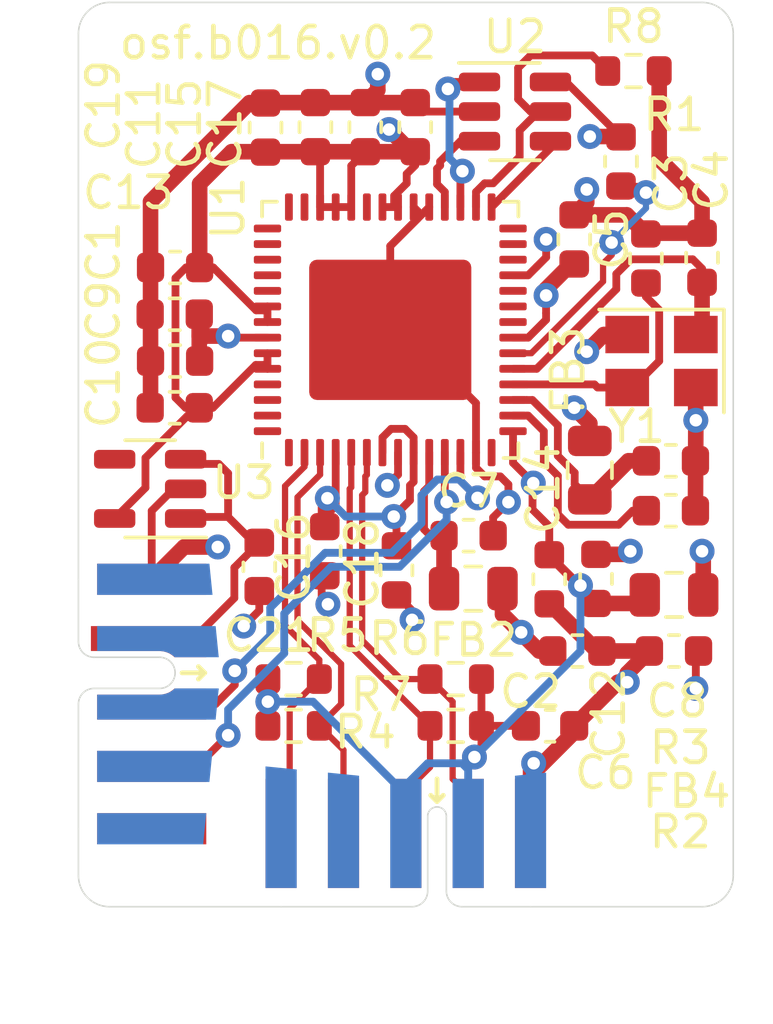
<source format=kicad_pcb>
(kicad_pcb (version 20211014) (generator pcbnew)
  (layers (0 "F.Cu" signal) (1 "In1.Cu" signal) (2 "In2.Cu" signal) (31 "B.Cu" signal) (34 "B.Paste" user) (35 "F.Paste" user) (36 "B.SilkS" user "B.Silkscreen") (37 "F.SilkS" user "F.Silkscreen") (38 "B.Mask" user) (39 "F.Mask" user) (44 "Edge.Cuts" user))
  (net 0 "")
  (net 1 "GND")
  (net 2 "Net-(C1-Pad1)")
  (net 3 "Net-(C7-Pad1)")
  (net 4 "Net-(C8-Pad1)")
  (net 5 "+3V3")
  (net 6 "/Sheet603703E3/CT1")
  (net 7 "/Sheet603703E3/DM")
  (net 8 "/Sheet603703E3/DP")
  (net 9 "/Sheet603703E3/D1-")
  (net 10 "/Sheet603703E3/D2+")
  (net 11 "/Sheet603703E3/D2-")
  (net 12 "/Sheet603703E3/D1+")
  (net 13 "Net-(R1-Pad2)")
  (net 14 "Net-(R2-Pad2)")
  (net 15 "Net-(R3-Pad2)")
  (net 16 "Net-(C4-Pad1)")
  (net 17 "Net-(C3-Pad1)")
  (net 22 "/VCC")
  (net 43 "Net-(U1-Pad29)")
  (net 44 "Net-(R8-Pad1)")
  (net 45 "Net-(U1-Pad31)")
  (net 46 "Net-(U1-Pad32)")
  (footprint "Capacitor_SMD:C_0603_1608Metric" (layer "F.Cu") (at 133.0875 94 180)
    (fp_text reference "C1")
    (fp_text value "1uF")
  )
  (footprint "Capacitor_SMD:C_0603_1608Metric" (layer "F.Cu") (at 146 104.8)
    (fp_text reference "C2")
    (fp_text value "100nF")
  )
  (footprint "Capacitor_SMD:C_0603_1608Metric" (layer "F.Cu") (at 145.9 91.6 90)
    (fp_text reference "C5")
    (fp_text value "4.7nF")
  )
  (footprint "Capacitor_SMD:C_0603_1608Metric" (layer "F.Cu") (at 142.5125 101.1)
    (fp_text reference "C7")
    (fp_text value "4.7nF")
  )
  (footprint "Capacitor_SMD:C_0603_1608Metric" (layer "F.Cu") (at 149 98.7)
    (fp_text reference "C8")
    (fp_text value "4.7nF")
  )
  (footprint "Capacitor_SMD:C_0603_1608Metric" (layer "F.Cu") (at 133.1 95.5 180)
    (fp_text reference "C9")
    (fp_text value "1.5nF")
  )
  (footprint "Capacitor_SMD:C_0603_1608Metric" (layer "F.Cu") (at 133.0875 97 180)
    (fp_text reference "C10")
    (fp_text value "100nF")
  )
  (footprint "Capacitor_SMD:C_0603_1608Metric" (layer "F.Cu") (at 139.2 88 90)
    (fp_text reference "C11")
    (fp_text value "100nF")
  )
  (footprint "Capacitor_SMD:C_0603_1608Metric" (layer "F.Cu") (at 146.6 102.4875 90)
    (fp_text reference "C12")
    (fp_text value "100nF")
  )
  (footprint "Capacitor_SMD:C_0603_1608Metric" (layer "F.Cu") (at 133.1 92.5 180)
    (fp_text reference "C13")
    (fp_text value "100nF")
  )
  (footprint "Capacitor_SMD:C_0603_1608Metric" (layer "F.Cu") (at 145.1 102.5 -90)
    (fp_text reference "C14")
    (fp_text value "100nF")
  )
  (footprint "Capacitor_SMD:C_0603_1608Metric" (layer "F.Cu") (at 140.8 88 90)
    (fp_text reference "C15")
    (fp_text value "4.7nF")
  )
  (footprint "Capacitor_SMD:C_0603_1608Metric" (layer "F.Cu") (at 137.9 101.6 -90)
    (fp_text reference "C16")
    (fp_text value "4.7nF")
  )
  (footprint "Capacitor_SMD:C_0603_1608Metric" (layer "F.Cu") (at 136 88.0125 90)
    (fp_text reference "C17")
    (fp_text value "4.7nF")
  )
  (footprint "Capacitor_SMD:C_0603_1608Metric" (layer "F.Cu") (at 140.2 102.2125 -90)
    (fp_text reference "C18")
    (fp_text value "1.5nF")
  )
  (footprint "Capacitor_SMD:C_0603_1608Metric" (layer "F.Cu") (at 137.6 88 90)
    (fp_text reference "C19")
    (fp_text value "1.5nF")
  )
  (footprint "Inductor_SMD:L_0805_2012Metric" (layer "F.Cu") (at 142.6625 102.8 180)
    (fp_text reference "FB2")
    (fp_text value "220R")
  )
  (footprint "Inductor_SMD:L_0805_2012Metric" (layer "F.Cu") (at 146.4 99 -90)
    (fp_text reference "FB3")
    (fp_text value "220R")
  )
  (footprint "Inductor_SMD:L_0805_2012Metric" (layer "F.Cu") (at 149.1 103 180)
    (fp_text reference "FB4")
    (fp_text value "220R")
  )
  (footprint "on_edge:on_edge_2x05_device" (layer "F.Cu") (at 130 106.5 -90)
    (fp_text reference "J1")
    (fp_text value "008_USB_2x2")
    (fp_line (start -1.5 -2.6) (end -1.5 -0.5) (layer "Edge.Cuts") (width 0.05))
    (fp_line (start 0 0) (end 4 0) (layer "Edge.Cuts") (width 0.05))
    (fp_line (start -4 0) (end -2 0) (layer "Edge.Cuts") (width 0.05))
    (fp_line (start -0.5 -0.5) (end -0.5 -2.6) (layer "Edge.Cuts") (width 0.05))
    (fp_arc (start 0 0) (mid -0.353553 -0.146447) (end -0.5 -0.5) (layer "Edge.Cuts") (width 0.05))
    (fp_arc (start -1.5 -2.6) (mid -1 -3.1) (end -0.5 -2.6) (layer "Edge.Cuts") (width 0.05))
    (fp_arc (start -1.5 -0.5) (mid -1.646447 -0.146447) (end -2 0) (layer "Edge.Cuts") (width 0.05))
  )
  (footprint "on_edge:on_edge_2x05_host" (layer "F.Cu") (at 140.5 113 180)
    (fp_text reference "J2")
    (fp_text value "009_1000BASE-T_2x5")
    (fp_line (start -4 0) (end -1.8 0) (layer "Edge.Cuts") (width 0.05))
    (fp_line (start -0.7 2.9) (end -0.7 0.5) (layer "Edge.Cuts") (width 0.05))
    (fp_line (start -0.2 0) (end 4 0) (layer "Edge.Cuts") (width 0.05))
    (fp_line (start -1.3 0.5) (end -1.3 2.9) (layer "Edge.Cuts") (width 0.05))
    (fp_arc (start -1.8 0) (mid -1.446447 0.146447) (end -1.3 0.5) (layer "Edge.Cuts") (width 0.05))
    (fp_arc (start -0.7 0.5) (mid -0.553553 0.146447) (end -0.2 0) (layer "Edge.Cuts") (width 0.05))
    (fp_arc (start -0.7 2.9) (mid -1 3.2) (end -1.3 2.9) (layer "Edge.Cuts") (width 0.05))
  )
  (footprint "Resistor_SMD:R_0603_1608Metric" (layer "F.Cu") (at 147.4 89.1 -90)
    (fp_text reference "R1")
    (fp_text value "0R")
  )
  (footprint "Resistor_SMD:R_0603_1608Metric" (layer "F.Cu") (at 149.1 104.8)
    (fp_text reference "R2")
    (fp_text value "12k")
  )
  (footprint "Resistor_SMD:R_0603_1608Metric" (layer "F.Cu") (at 149 100.3 180)
    (fp_text reference "R3")
    (fp_text value "12k")
  )
  (footprint "Package_DFN_QFN:QFN-56-1EP_8x8mm_P0.5mm_EP4.5x5.2mm" (layer "F.Cu") (at 140 94.5 90)
    (fp_text reference "U1")
    (fp_text value "LAN9500(A)")
  )
  (footprint "Capacitor_SMD:C_0603_1608Metric" (layer "F.Cu") (at 148.2 92.2125 90)
    (fp_text reference "C3")
    (fp_text value "10pF")
  )
  (footprint "Capacitor_SMD:C_0603_1608Metric" (layer "F.Cu") (at 150 92.1875 90)
    (fp_text reference "C4")
    (fp_text value "10pF")
  )
  (footprint "Crystal:Crystal_SMD_Abracon_ABM8G-4Pin_3.2x2.5mm" (layer "F.Cu") (at 148.7 95.5 180)
    (fp_text reference "Y1")
    (fp_text value "25MhZ")
  )
  (footprint "Package_TO_SOT_SMD:SOT-23-5" (layer "F.Cu") (at 132.3 99.6 180)
    (fp_text reference "U3")
    (fp_text value "TC1017-xCT")
  )
  (footprint "Resistor_SMD:R_0603_1608Metric" (layer "F.Cu") (at 136.9 105.7)
    (fp_text reference "R5")
    (fp_text value "49.9R")
  )
  (footprint "Resistor_SMD:R_0603_1608Metric" (layer "F.Cu") (at 142.1 107.2 180)
    (fp_text reference "R7")
    (fp_text value "49.9R")
  )
  (footprint "Capacitor_SMD:C_0603_1608Metric" (layer "F.Cu") (at 135.8 102.1 -90)
    (fp_text reference "C21")
    (fp_text value "1uF")
  )
  (footprint "Capacitor_SMD:C_0603_1608Metric" (layer "F.Cu") (at 145.125 107.2)
    (fp_text reference "C6")
    (fp_text value "100nF")
  )
  (footprint "Package_TO_SOT_SMD:SOT-23-6" (layer "F.Cu") (at 144 87.5)
    (fp_text reference "U2")
    (fp_text value "93AA56AT-I/OT")
  )
  (footprint "Resistor_SMD:R_0603_1608Metric" (layer "F.Cu") (at 147.8 86.2)
    (fp_text reference "R8")
    (fp_text value "12k")
  )
  (footprint "Resistor_SMD:R_0603_1608Metric" (layer "F.Cu") (at 136.9 107.2)
    (fp_text reference "R4")
    (fp_text value "49.9R")
  )
  (footprint "Resistor_SMD:R_0603_1608Metric" (layer "F.Cu") (at 142.1 105.7 180)
    (fp_text reference "R6")
    (fp_text value "49.9R")
  )
  (gr_line (start 151 112) (end 151 85) (layer "Edge.Cuts") (width 0.05))
  (gr_line (start 130 102.5) (end 130 85) (layer "Edge.Cuts") (width 0.05))
  (gr_line (start 144.5 113) (end 150 113) (layer "Edge.Cuts") (width 0.05))
  (gr_arc (start 150 84) (mid 150.707107 84.292893) (end 151 85) (layer "Edge.Cuts") (width 0.05))
  (gr_line (start 136.5 113) (end 131 113) (layer "Edge.Cuts") (width 0.05))
  (gr_arc (start 131 113) (mid 130.292893 112.707107) (end 130 112) (layer "Edge.Cuts") (width 0.05))
  (gr_arc (start 151 112) (mid 150.707107 112.707107) (end 150 113) (layer "Edge.Cuts") (width 0.05))
  (gr_line (start 130 112) (end 130 110.5) (layer "Edge.Cuts") (width 0.05))
  (gr_arc (start 130 85) (mid 130.292893 84.292893) (end 131 84) (layer "Edge.Cuts") (width 0.05))
  (gr_line (start 131 84) (end 150 84) (layer "Edge.Cuts") (width 0.05))
  (gr_text "osf.b016.v0.2" (at 136.4 85.3) (layer "F.SilkS") (effects (font (size 1 1))))
  (segment (start 142.75 98.923022) (end 143.026988 99.20001) (width 0.25) (layer "F.Cu") (net 1))
  (segment (start 140.7 103.5) (end 140.2 103) (width 0.25) (layer "F.Cu") (net 1))
  (segment (start 145.8 90.8125) (end 147.5875 90.8125) (width 0.5) (layer "F.Cu") (net 1))
  (segment (start 140.875 90.6875) (end 140.875 90.9375) (width 0.25) (layer "F.Cu") (net 1))
  (segment (start 144.5 108.8) (end 144.5 110.65) (width 0.5) (layer "F.Cu") (net 1))
  (segment (start 143.5298 99.20001) (end 143.789322 99.459532) (width 0.25) (layer "F.Cu") (net 1))
  (segment (start 139.6 86.8125) (end 139.2 87.2125) (width 0.5) (layer "F.Cu") (net 1))
  (segment (start 143.3 101.1) (end 143.3 100.514539) (width 0.25) (layer "F.Cu") (net 1))
  (segment (start 132.3125 96.9875) (end 132.3 97) (width 0.5) (layer "F.Cu") (net 1))
  (segment (start 147.6 101.7) (end 147.7 101.6) (width 0.5) (layer "F.Cu") (net 1))
  (segment (start 140 94.5) (end 140.4 94.5) (width 0.25) (layer "F.Cu") (net 1))
  (segment (start 133.386211 101.463789) (end 132.35 102.5) (width 0.5) (layer "F.Cu") (net 1))
  (segment (start 145.9 107.2) (end 145.9 107.4) (width 0.5) (layer "F.Cu") (net 1))
  (segment (start 140.875 90.9375) (end 140 91.8125) (width 0.25) (layer "F.Cu") (net 1))
  (segment (start 143.789322 99.459532) (end 143.789322 100.025217) (width 0.25) (layer "F.Cu") (net 1))
  (segment (start 147.5875 90.8125) (end 148.2 91.425) (width 0.5) (layer "F.Cu") (net 1))
  (segment (start 139.2 87.2125) (end 137.6 87.2125) (width 0.5) (layer "F.Cu") (net 1))
  (segment (start 150 90.4) (end 150 91.4) (width 0.5) (layer "F.Cu") (net 1))
  (segment (start 132.3125 92.5) (end 132.3125 96.9875) (width 0.5) (layer "F.Cu") (net 1))
  (segment (start 147.6 105.8) (end 147.6 105.5125) (width 0.5) (layer "F.Cu") (net 1))
  (segment (start 139.2 87.2125) (end 140.8 87.2125) (width 0.5) (layer "F.Cu") (net 1))
  (segment (start 133.4375 99.6) (end 133.053928 99.6) (width 0.25) (layer "F.Cu") (net 1))
  (segment (start 140.75 90.5625) (end 140.875 90.6875) (width 0.25) (layer "F.Cu") (net 1))
  (segment (start 140.7 103.8) (end 140.7 103.5) (width 0.25) (layer "F.Cu") (net 1))
  (segment (start 148.625 86.2) (end 148.625 89.025) (width 0.5) (layer "F.Cu") (net 1))
  (segment (start 149.8 97.4) (end 149.7875 96.3625) (width 0.5) (layer "F.Cu") (net 1))
  (segment (start 137.6 87.2125) (end 136.0125 87.2125) (width 0.5) (layer "F.Cu") (net 1))
  (segment (start 147.6 105.5125) (end 148.3125 104.8) (width 0.5) (layer "F.Cu") (net 1))
  (segment (start 135.4875 87.2125) (end 132.3125 90.3875) (width 0.5) (layer "F.Cu") (net 1))
  (segment (start 137.8 102.3875) (end 137.8 103.1) (width 0.25) (layer "F.Cu") (net 1))
  (segment (start 136.0125 87.2125) (end 136 87.225) (width 0.5) (layer "F.Cu") (net 1))
  (segment (start 147.6 105.8) (end 147.3 105.8) (width 0.5) (layer "F.Cu") (net 1))
  (segment (start 134.468105 101.463789) (end 133.386211 101.463789) (width 0.5) (layer "F.Cu") (net 1))
  (segment (start 144.5 108.5) (end 144.6 108.4) (width 0.5) (layer "F.Cu") (net 1))
  (segment (start 145.120772 103.2875) (end 146.633272 104.8) (width 0.5) (layer "F.Cu") (net 1))
  (segment (start 137.8 103.1) (end 138 103.3) (width 0.25) (layer "F.Cu") (net 1))
  (segment (start 148.225 91.4) (end 148.2 91.425) (width 0.5) (layer "F.Cu") (net 1))
  (segment (start 135.8 103.5) (end 135.3 104) (width 0.25) (layer "F.Cu") (net 1))
  (segment (start 150 91.4) (end 148.225 91.4) (width 0.5) (layer "F.Cu") (net 1))
  (segment (start 145.1 103.2875) (end 145.120772 103.2875) (width 0.5) (layer "F.Cu") (net 1))
  (segment (start 139.6 86.3) (end 139.6 86.8125) (width 0.5) (layer "F.Cu") (net 1))
  (segment (start 142.75 98.4375) (end 142.75 98.923022) (width 0.25) (layer "F.Cu") (net 1))
  (segment (start 143.3 100.514539) (end 143.789322 100.025217) (width 0.25) (layer "F.Cu") (net 1))
  (segment (start 140.4 94.5) (end 142.75 96.85) (width 0.25) (layer "F.Cu") (net 1))
  (segment (start 146.6 101.7) (end 147.6 101.7) (width 0.5) (layer "F.Cu") (net 1))
  (segment (start 132.35 100.303928) (end 132.35 102.5) (width 0.25) (layer "F.Cu") (net 1))
  (segment (start 147.3 105.8) (end 145.9 107.2) (width 0.5) (layer "F.Cu") (net 1))
  (segment (start 146.300688 90.411812) (end 145.9 90.8125) (width 0.5) (layer "F.Cu") (net 1))
  (segment (start 149.7875 100.3) (end 149.8 97.4) (width 0.5) (layer "F.Cu") (net 1))
  (segment (start 142.75 96.85) (end 142.75 98.4375) (width 0.25) (layer "F.Cu") (net 1))
  (segment (start 132.3125 90.3875) (end 132.3125 92.5) (width 0.5) (layer "F.Cu") (net 1))
  (segment (start 141.0875 87.5) (end 140.8 87.2125) (width 0.25) (layer "F.Cu") (net 1))
  (segment (start 148.625 89.025) (end 150 90.4) (width 0.5) (layer "F.Cu") (net 1))
  (segment (start 149.7875 96.3625) (end 149.8 96.35) (width 0.5) (layer "F.Cu") (net 1))
  (segment (start 135.8 102.875) (end 135.8 103.5) (width 0.25) (layer "F.Cu") (net 1))
  (segment (start 141.25 90.5625) (end 140 91.8125) (width 0.25) (layer "F.Cu") (net 1))
  (segment (start 148.3125 104.8) (end 146.7875 104.8) (width 0.5) (layer "F.Cu") (net 1))
  (segment (start 144.5 110.65) (end 144.5 108.5) (width 0.5) (layer "F.Cu") (net 1))
  (segment (start 143.026988 99.20001) (end 143.5298 99.20001) (width 0.25) (layer "F.Cu") (net 1))
  (segment (start 146.85 94.65) (end 146.3 95.2) (width 0.5) (layer "F.Cu") (net 1))
  (segment (start 140 91.8125) (end 140 94.5) (width 0.25) (layer "F.Cu") (net 1))
  (segment (start 146.633272 104.8) (end 146.7875 104.8) (width 0.5) (layer "F.Cu") (net 1))
  (segment (start 146.300688 90.000688) (end 146.300688 90.411812) (width 0.5) (layer "F.Cu") (net 1))
  (segment (start 133.053928 99.6) (end 132.35 100.303928) (width 0.25) (layer "F.Cu") (net 1))
  (segment (start 147.6 94.65) (end 146.85 94.65) (width 0.5) (layer "F.Cu") (net 1))
  (segment (start 142.8625 87.5) (end 141.0875 87.5) (width 0.25) (layer "F.Cu") (net 1))
  (segment (start 145.9 107.4) (end 144.5 108.8) (width 0.5) (layer "F.Cu") (net 1))
  (via (at 147.6 105.8) (size 0.8) (drill 0.4) (layers "F.Cu" "B.Cu") (net 1))
  (via (at 146.300688 90.000688) (size 0.8) (drill 0.4) (layers "F.Cu" "B.Cu") (net 1))
  (via (at 140.7 103.8) (size 0.8) (drill 0.4) (layers "F.Cu" "B.Cu") (net 1))
  (via (at 146.3 95.2) (size 0.8) (drill 0.4) (layers "F.Cu" "B.Cu") (net 1))
  (via (at 139.6 86.3) (size 0.8) (drill 0.4) (layers "F.Cu" "B.Cu") (net 1))
  (via (at 138 103.3) (size 0.8) (drill 0.4) (layers "F.Cu" "B.Cu") (net 1))
  (via (at 144.6 108.4) (size 0.8) (drill 0.4) (layers "F.Cu" "B.Cu") (net 1))
  (via (at 149.8 97.4) (size 0.8) (drill 0.4) (layers "F.Cu" "B.Cu") (net 1))
  (via (at 147.7 101.6) (size 0.8) (drill 0.4) (layers "F.Cu" "B.Cu") (net 1))
  (via (at 143.789322 100.025217) (size 0.8) (drill 0.4) (layers "F.Cu" "B.Cu") (net 1))
  (via (at 135.3 104) (size 0.8) (drill 0.4) (layers "F.Cu" "B.Cu") (net 1))
  (via (at 134.468105 101.463789) (size 0.8) (drill 0.4) (layers "F.Cu" "B.Cu") (net 1))
  (segment (start 144.6 108.4) (end 144.6 110.5) (width 0.5) (layer "B.Cu") (net 1))
  (segment (start 144.6 110.5) (end 144.5 110.6) (width 0.5) (layer "B.Cu") (net 1))
  (segment (start 143.6 103.625) (end 143.6 103.5) (width 0.5) (layer "F.Cu") (net 2))
  (segment (start 146.4 97.5) (end 145.9 97) (width 0.5) (layer "F.Cu") (net 2))
  (segment (start 143.6 103.5) (end 143.6 102.8) (width 0.5) (layer "F.Cu") (net 2))
  (segment (start 133.875 94) (end 133.875 95.4875) (width 0.5) (layer "F.Cu") (net 2))
  (segment (start 134.1625 94.75) (end 133.8875 95.025) (width 0.25) (layer "F.Cu") (net 2))
  (segment (start 134.85 94.75) (end 134.8 94.7) (width 0.25) (layer "F.Cu") (net 2))
  (segment (start 144.775 104.8) (end 143.6 103.625) (width 0.5) (layer "F.Cu") (net 2))
  (segment (start 133.8875 95.025) (end 133.8875 95.5) (width 0.25) (layer "F.Cu") (net 2))
  (segment (start 144.997588 94.175434) (end 144.997588 93.962274) (width 0.25) (layer "F.Cu") (net 2))
  (segment (start 145.2125 104.8) (end 144.8 104.8) (width 0.25) (layer "F.Cu") (net 2))
  (segment (start 133.875 95.4875) (end 133.8875 95.5) (width 0.5) (layer "F.Cu") (net 2))
  (segment (start 133.875 94.7) (end 133.875 94) (width 0.5) (layer "F.Cu") (net 2))
  (segment (start 146.4 98.0625) (end 146.4 97.5) (width 0.5) (layer "F.Cu") (net 2))
  (segment (start 143.9375 94.75) (end 144.423022 94.75) (width 0.25) (layer "F.Cu") (net 2))
  (segment (start 144.423022 94.75) (end 144.997588 94.175434) (width 0.25) (layer "F.Cu") (net 2))
  (segment (start 144.997588 93.962274) (end 144.997588 93.396589) (width 0.25) (layer "F.Cu") (net 2))
  (segment (start 144.8 104.8) (end 144.2 104.2) (width 0.25) (layer "F.Cu") (net 2))
  (segment (start 145.2125 104.8) (end 144.775 104.8) (width 0.5) (layer "F.Cu") (net 2))
  (segment (start 134.8 94.7) (end 133.875 94.7) (width 0.5) (layer "F.Cu") (net 2))
  (segment (start 143.6 103.625) (end 144.2 104.2) (width 0.25) (layer "F.Cu") (net 2))
  (segment (start 136.0625 94.75) (end 134.85 94.75) (width 0.25) (layer "F.Cu") (net 2))
  (segment (start 144.997588 93.396589) (end 144.997588 93.189912) (width 0.5) (layer "F.Cu") (net 2))
  (segment (start 144.997588 93.189912) (end 145.8 92.3875) (width 0.5) (layer "F.Cu") (net 2))
  (segment (start 134.8 94.7) (end 134.1625 94.75) (width 0.25) (layer "F.Cu") (net 2))
  (via (at 134.8 94.7) (size 0.8) (drill 0.4) (layers "F.Cu" "B.Cu") (net 2))
  (via (at 144.2 104.2) (size 0.8) (drill 0.4) (layers "F.Cu" "B.Cu") (net 2))
  (via (at 145.9 97) (size 0.8) (drill 0.4) (layers "F.Cu" "B.Cu") (net 2))
  (via (at 144.997588 93.396589) (size 0.8) (drill 0.4) (layers "F.Cu" "B.Cu") (net 2))
  (segment (start 141.082755 99.675691) (end 141.082755 100.895255) (width 0.25) (layer "F.Cu") (net 3))
  (segment (start 141.25 98.4375) (end 141.25 99.508446) (width 0.25) (layer "F.Cu") (net 3))
  (segment (start 141.725 101.1) (end 141.725 102.8) (width 0.5) (layer "F.Cu") (net 3))
  (segment (start 141.082755 100.895255) (end 141.2875 101.1) (width 0.25) (layer "F.Cu") (net 3))
  (segment (start 141.2875 101.1) (end 141.725 101.1) (width 0.25) (layer "F.Cu") (net 3))
  (segment (start 141.25 99.508446) (end 141.082755 99.675691) (width 0.25) (layer "F.Cu") (net 3))
  (segment (start 147.6375 98.7) (end 146.4 99.9375) (width 0.5) (layer "F.Cu") (net 4))
  (segment (start 146.4 99.9375) (end 145.914473 99.451973) (width 0.25) (layer "F.Cu") (net 4))
  (segment (start 145.914473 99.451973) (end 145.914473 99.081323) (width 0.25) (layer "F.Cu") (net 4))
  (segment (start 148.2125 98.7) (end 147.6375 98.7) (width 0.5) (layer "F.Cu") (net 4))
  (segment (start 145.37499 98.54184) (end 145.37499 97.565557) (width 0.25) (layer "F.Cu") (net 4))
  (segment (start 145.914473 99.081323) (end 145.37499 98.54184) (width 0.25) (layer "F.Cu") (net 4))
  (segment (start 145.37499 97.565557) (end 144.559433 96.75) (width 0.25) (layer "F.Cu") (net 4))
  (segment (start 144.375 96.75) (end 143.9375 96.75) (width 0.25) (layer "F.Cu") (net 4))
  (segment (start 144.559433 96.75) (end 144.375 96.75) (width 0.25) (layer "F.Cu") (net 4))
  (segment (start 133.875 97) (end 133.4375 97) (width 0.25) (layer "F.Cu") (net 5))
  (segment (start 140.125 90.4375) (end 140.125 90.201978) (width 0.25) (layer "F.Cu") (net 5))
  (segment (start 136.0625 93.75) (end 135.9375 93.875) (width 0.25) (layer "F.Cu") (net 5))
  (segment (start 140.25 90.5625) (end 140.125 90.4375) (width 0.25) (layer "F.Cu") (net 5))
  (segment (start 132.14952 98.604408) (end 132.14952 99.56298) (width 0.25) (layer "F.Cu") (net 5))
  (segment (start 145.6375 86.55) (end 147.4 88.3125) (width 0.25) (layer "F.Cu") (net 5))
  (segment (start 133.11249 96.67499) (end 133.11249 92.83751) (width 0.25) (layer "F.Cu") (net 5))
  (segment (start 140.526988 89.498012) (end 140.526988 89.79999) (width 0.25) (layer "F.Cu") (net 5))
  (segment (start 146.4 88.3) (end 147.3875 88.3) (width 0.5) (layer "F.Cu") (net 5))
  (segment (start 140.8 88.7875) (end 140.670714 88.7875) (width 0.5) (layer "F.Cu") (net 5))
  (segment (start 140.8 88.7875) (end 137.6 88.7875) (width 0.5) (layer "F.Cu") (net 5))
  (segment (start 133.875 97) (end 133.753928 97) (width 0.25) (layer "F.Cu") (net 5))
  (segment (start 144.70001 92.473012) (end 144.423022 92.75) (width 0.25) (layer "F.Cu") (net 5))
  (segment (start 137.75 88.9375) (end 137.75 90.5625) (width 0.25) (layer "F.Cu") (net 5))
  (segment (start 133.8875 92.5) (end 133.8875 89.8125) (width 0.5) (layer "F.Cu") (net 5))
  (segment (start 134.325 92.5) (end 133.8875 92.5) (width 0.25) (layer "F.Cu") (net 5))
  (segment (start 150.0375 101.6375) (end 150 101.6) (width 0.5) (layer "F.Cu") (net 5))
  (segment (start 140.125 90.201978) (end 140.526988 89.79999) (width 0.25) (layer "F.Cu") (net 5))
  (segment (start 139.75 90.5625) (end 140.25 90.5625) (width 0.25) (layer "F.Cu") (net 5))
  (segment (start 136.0625 95.75) (end 136.0625 95.25) (width 0.25) (layer "F.Cu") (net 5))
  (segment (start 139.2 88.7875) (end 138.75 89.2375) (width 0.25) (layer "F.Cu") (net 5))
  (segment (start 133.8875 89.8125) (end 134.9125 88.7875) (width 0.5) (layer "F.Cu") (net 5))
  (segment (start 135.6875 95.625) (end 134.3125 97) (width 0.25) (layer "F.Cu") (net 5))
  (segment (start 133.45 92.5) (end 133.8875 92.5) (width 0.25) (layer "F.Cu") (net 5))
  (segment (start 133.753928 97) (end 132.14952 98.604408) (width 0.25) (layer "F.Cu") (net 5))
  (segment (start 150.0375 103) (end 150.0375 101.6375) (width 0.5) (layer "F.Cu") (net 5))
  (segment (start 138.25 90.5625) (end 138.75 90.5625) (width 0.25) (layer "F.Cu") (net 5))
  (segment (start 135.7 93.875) (end 134.325 92.5) (width 0.25) (layer "F.Cu") (net 5))
  (segment (start 133.11249 92.83751) (end 133.45 92.5) (width 0.25) (layer "F.Cu") (net 5))
  (segment (start 134.9125 88.7875) (end 137.6 88.7875) (width 0.5) (layer "F.Cu") (net 5))
  (segment (start 145.1375 86.55) (end 145.6375 86.55) (width 0.25) (layer "F.Cu") (net 5))
  (segment (start 145 92.173022) (end 145 91.6) (width 0.25) (layer "F.Cu") (net 5))
  (segment (start 144.423022 92.75) (end 144.375 92.75) (width 0.25) (layer "F.Cu") (net 5))
  (segment (start 147.3875 88.3) (end 147.4 88.3125) (width 0.5) (layer "F.Cu") (net 5))
  (segment (start 144.70001 92.473012) (end 145 92.173022) (width 0.25) (layer "F.Cu") (net 5))
  (segment (start 133.4375 97) (end 133.11249 96.67499) (width 0.25) (layer "F.Cu") (net 5))
  (segment (start 138.75 89.2375) (end 138.75 90.5625) (width 0.25) (layer "F.Cu") (net 5))
  (segment (start 140.8 88.7875) (end 140.8 89.225) (width 0.25) (layer "F.Cu") (net 5))
  (segment (start 140.670714 88.7875) (end 139.959588 88.076374) (width 0.5) (layer "F.Cu") (net 5))
  (segment (start 144.375 92.75) (end 143.9375 92.75) (width 0.25) (layer "F.Cu") (net 5))
  (segment (start 137.75 90.5625) (end 138.25 90.5625) (width 0.25) (layer "F.Cu") (net 5))
  (segment (start 140.8 89.225) (end 140.526988 89.498012) (width 0.25) (layer "F.Cu") (net 5))
  (segment (start 135.9375 93.875) (end 135.7 93.875) (width 0.25) (layer "F.Cu") (net 5))
  (segment (start 137.6 88.7875) (end 137.75 88.9375) (width 0.25) (layer "F.Cu") (net 5))
  (segment (start 132.14952 99.56298) (end 131.1625 100.55) (width 0.25) (layer "F.Cu") (net 5))
  (segment (start 136.0625 95.75) (end 135.9375 95.625) (width 0.25) (layer "F.Cu") (net 5))
  (segment (start 135.9375 95.625) (end 135.6875 95.625) (width 0.25) (layer "F.Cu") (net 5))
  (segment (start 134.3125 97) (end 133.875 97) (width 0.25) (layer "F.Cu") (net 5))
  (segment (start 136.0625 93.75) (end 136.0625 94.25) (width 0.25) (layer "F.Cu") (net 5))
  (via (at 139.959588 88.076374) (size 0.8) (drill 0.4) (layers "F.Cu" "B.Cu") (net 5))
  (via (at 146.4 88.3) (size 0.8) (drill 0.4) (layers "F.Cu" "B.Cu") (net 5))
  (via (at 150 101.6) (size 0.8) (drill 0.4) (layers "F.Cu" "B.Cu") (net 5))
  (via (at 145 91.6) (size 0.8) (drill 0.4) (layers "F.Cu" "B.Cu") (net 5))
  (segment (start 143.9375 98.766079) (end 143.9375 97.75) (width 0.25) (layer "F.Cu") (net 6))
  (segment (start 140.473012 97.67499) (end 140.026988 97.67499) (width 0.25) (layer "F.Cu") (net 6))
  (segment (start 145.1 101.775) (end 146.6 103.275) (width 0.25) (layer "F.Cu") (net 6))
  (segment (start 137.8 100.6) (end 138.25 100.15) (width 0.25) (layer "F.Cu") (net 6))
  (segment (start 140.75 97.951978) (end 140.473012 97.67499) (width 0.25) (layer "F.Cu") (net 6))
  (segment (start 144.562819 100.262819) (end 144.562819 99.391398) (width 0.25) (layer "F.Cu") (net 6))
  (segment (start 136.075 107.2) (end 136.075 106.425) (width 0.25) (layer "F.Cu") (net 6))
  (segment (start 140.632744 99.967278) (end 140.51267 100.087352) (width 0.25) (layer "F.Cu") (net 6))
  (segment (start 138.25 100.15) (end 138.25 98.4375) (width 0.25) (layer "F.Cu") (net 6))
  (segment (start 140.2 101.425) (end 140.2 100.625319) (width 0.25) (layer "F.Cu") (net 6))
  (segment (start 145.1 100.8) (end 144.562819 100.262819) (width 0.25) (layer "F.Cu") (net 6))
  (segment (start 142.925 107.975) (end 142.7 108.2) (width 0.25) (layer "F.Cu") (net 6))
  (segment (start 145.1 101.7125) (end 145.1 101.775) (width 0.25) (layer "F.Cu") (net 6))
  (segment (start 137.8 100.08402) (end 137.98402 99.9) (width 0.25) (layer "F.Cu") (net 6))
  (segment (start 140.2 100.625319) (end 140.112671 100.53799) (width 0.25) (layer "F.Cu") (net 6))
  (segment (start 139.75 98) (end 139.75 98.4375) (width 0.25) (layer "F.Cu") (net 6))
  (segment (start 147.8875 103.275) (end 148.1625 103) (width 0.5) (layer "F.Cu") (net 6))
  (segment (start 146.0875 102.7) (end 145.1 101.7125) (width 0.25) (layer "F.Cu") (net 6))
  (segment (start 137.8 100.8125) (end 137.8 100.08402) (width 0.25) (layer "F.Cu") (net 6))
  (segment (start 140.51267 100.087352) (end 140.112671 100.487351) (width 0.25) (layer "F.Cu") (net 6))
  (segment (start 142.925 107.2) (end 144.35 107.2) (width 0.25) (layer "F.Cu") (net 6))
  (segment (start 140.026988 97.67499) (end 139.75 97.951978) (width 0.25) (layer "F.Cu") (net 6))
  (segment (start 140.112671 100.53799) (end 140.112671 100.487351) (width 0.25) (layer "F.Cu") (net 6))
  (segment (start 146.6 103.275) (end 147.8875 103.275) (width 0.5) (layer "F.Cu") (net 6))
  (segment (start 140.75 99.372035) (end 140.632744 99.489291) (width 0.25) (layer "F.Cu") (net 6))
  (segment (start 136.075 106.425) (end 136.075 105.7) (width 0.25) (layer "F.Cu") (net 6))
  (segment (start 139.75 97.951978) (end 139.75 98) (width 0.25) (layer "F.Cu") (net 6))
  (segment (start 144.562819 99.391398) (end 143.9375 98.766079) (width 0.25) (layer "F.Cu") (net 6))
  (segment (start 140.75 98.4375) (end 140.75 99.372035) (width 0.25) (layer "F.Cu") (net 6))
  (segment (start 146.1 102.7) (end 146.0875 102.7) (width 0.25) (layer "F.Cu") (net 6))
  (segment (start 145.1 101.7125) (end 145.1 100.8) (width 0.25) (layer "F.Cu") (net 6))
  (segment (start 142.925 107.2) (end 142.925 107.975) (width 0.25) (layer "F.Cu") (net 6))
  (segment (start 142.925 105.7) (end 142.925 107.2) (width 0.25) (layer "F.Cu") (net 6))
  (segment (start 140.632744 99.489291) (end 140.632744 99.967278) (width 0.25) (layer "F.Cu") (net 6))
  (segment (start 140.75 98.4375) (end 140.75 97.951978) (width 0.25) (layer "F.Cu") (net 6))
  (via (at 146.1 102.7) (size 0.8) (drill 0.4) (layers "F.Cu" "B.Cu") (net 6))
  (via (at 144.585705 99.414295) (size 0.8) (drill 0.4) (layers "F.Cu" "B.Cu") (net 6))
  (via (at 142.7 108.2) (size 0.8) (drill 0.4) (layers "F.Cu" "B.Cu") (net 6))
  (via (at 137.98402 99.9) (size 0.8) (drill 0.4) (layers "F.Cu" "B.Cu") (net 6))
  (via (at 140.112671 100.487351) (size 0.8) (drill 0.4) (layers "F.Cu" "B.Cu") (net 6))
  (via (at 136.075 106.425) (size 0.8) (drill 0.4) (layers "F.Cu" "B.Cu") (net 6))
  (segment (start 140.5 109.4) (end 137.525 106.425) (width 0.25) (layer "B.Cu") (net 6))
  (segment (start 146.1 104.8) (end 142.7 108.2) (width 0.25) (layer "B.Cu") (net 6))
  (segment (start 142.5 110.9) (end 142.5 108.6) (width 0.25) (layer "B.Cu") (net 6))
  (segment (start 142.7 108.2) (end 142.5 108.4) (width 0.25) (layer "B.Cu") (net 6))
  (segment (start 140.5 110.9) (end 140.5 109.4) (width 0.25) (layer "B.Cu") (net 6))
  (segment (start 142.5 108.6) (end 142.3 108.4) (width 0.25) (layer "B.Cu") (net 6))
  (segment (start 141.2 108.4) (end 140.5 109.1) (width 0.25) (layer "B.Cu") (net 6))
  (segment (start 138.571371 100.487351) (end 140.112671 100.487351) (width 0.25) (layer "B.Cu") (net 6))
  (segment (start 137.98402 99.9) (end 138.571371 100.487351) (width 0.25) (layer "B.Cu") (net 6))
  (segment (start 142.5 108.4) (end 142.5 110.9) (width 0.25) (layer "B.Cu") (net 6))
  (segment (start 142.3 108.4) (end 141.2 108.4) (width 0.25) (layer "B.Cu") (net 6))
  (segment (start 137.525 106.425) (end 136.075 106.425) (width 0.25) (layer "B.Cu") (net 6))
  (segment (start 146.1 102.7) (end 146.1 104.8) (width 0.25) (layer "B.Cu") (net 6))
  (segment (start 140.5 109.1) (end 140.5 110.9) (width 0.25) (layer "B.Cu") (net 6))
  (segment (start 133.8 108.5) (end 134.8 107.5) (width 0.25) (layer "F.Cu") (net 7))
  (segment (start 141.75 98.4375) (end 141.75 99.965936) (width 0.25) (layer "F.Cu") (net 7))
  (segment (start 141.75 99.965936) (end 141.807756 100.023692) (width 0.25) (layer "F.Cu") (net 7))
  (segment (start 132.35 108.5) (end 133.8 108.5) (width 0.25) (layer "F.Cu") (net 7))
  (via (at 141.807756 100.023692) (size 0.8) (drill 0.4) (layers "F.Cu" "B.Cu") (net 7))
  (via (at 134.8 107.5) (size 0.8) (drill 0.4) (layers "F.Cu" "B.Cu") (net 7))
  (segment (start 136.6 103.6) (end 138.1 102.1) (width 0.25) (layer "B.Cu") (net 7))
  (segment (start 134.8 106.675386) (end 136.6 104.875386) (width 0.25) (layer "B.Cu") (net 7))
  (segment (start 134.8 107.5) (end 134.8 106.675386) (width 0.25) (layer "B.Cu") (net 7))
  (segment (start 141.807756 100.592244) (end 141.807756 100.023692) (width 0.25) (layer "B.Cu") (net 7))
  (segment (start 136.6 104.875386) (end 136.6 103.6) (width 0.25) (layer "B.Cu") (net 7))
  (segment (start 140.3 102.1) (end 141.807756 100.592244) (width 0.25) (layer "B.Cu") (net 7))
  (segment (start 138.1 102.1) (end 140.3 102.1) (width 0.25) (layer "B.Cu") (net 7))
  (segment (start 134.4 106.5) (end 133.6 106.5) (width 0.25) (layer "F.Cu") (net 8))
  (segment (start 135.013144 105.886856) (end 134.4 106.5) (width 0.25) (layer "F.Cu") (net 8))
  (segment (start 135.013144 105.437644) (end 135.013144 105.886856) (width 0.25) (layer "F.Cu") (net 8))
  (segment (start 142.25 99.340269) (end 142.798643 99.888912) (width 0.25) (layer "F.Cu") (net 8))
  (segment (start 142.25 98.4375) (end 142.25 99.340269) (width 0.25) (layer "F.Cu") (net 8))
  (via (at 142.798643 99.888912) (size 0.8) (drill 0.4) (layers "F.Cu" "B.Cu") (net 8))
  (via (at 135.013144 105.437644) (size 0.8) (drill 0.4) (layers "F.Cu" "B.Cu") (net 8))
  (segment (start 141.507653 99.299181) (end 141 99.806834) (width 0.25) (layer "B.Cu") (net 8))
  (segment (start 141 100.7) (end 140.04952 101.65048) (width 0.25) (layer "B.Cu") (net 8))
  (segment (start 142.208912 99.299181) (end 141.507653 99.299181) (width 0.25) (layer "B.Cu") (net 8))
  (segment (start 136.15048 103.413802) (end 136.15048 104.300308) (width 0.25) (layer "B.Cu") (net 8))
  (segment (start 141 99.806834) (end 141 100.7) (width 0.25) (layer "B.Cu") (net 8))
  (segment (start 142.798643 99.888912) (end 142.208912 99.299181) (width 0.25) (layer "B.Cu") (net 8))
  (segment (start 137.913802 101.65048) (end 136.15048 103.413802) (width 0.25) (layer "B.Cu") (net 8))
  (segment (start 136.15048 104.300308) (end 135.013144 105.437644) (width 0.25) (layer "B.Cu") (net 8))
  (segment (start 140.04952 101.65048) (end 137.913802 101.65048) (width 0.25) (layer "B.Cu") (net 8))
  (segment (start 137.725 105.083579) (end 136.62596 103.984539) (width 0.2) (layer "F.Cu") (net 9))
  (segment (start 136.62596 99.511013) (end 137.25 98.886973) (width 0.2) (layer "F.Cu") (net 9))
  (segment (start 136.77452 106.65048) (end 137.725 105.7) (width 0.2) (layer "F.Cu") (net 9))
  (segment (start 137.725 105.7) (end 137.725 105.083579) (width 0.2) (layer "F.Cu") (net 9))
  (segment (start 137.25 98.886973) (end 137.25 98.4375) (width 0.2) (layer "F.Cu") (net 9))
  (segment (start 136.77452 110.37548) (end 136.77452 106.65048) (width 0.2) (layer "F.Cu") (net 9))
  (segment (start 136.62596 103.984539) (end 136.62596 99.511013) (width 0.2) (layer "F.Cu") (net 9))
  (segment (start 136.5 110.65) (end 136.77452 110.37548) (width 0.2) (layer "F.Cu") (net 9))
  (segment (start 140.340006 105.7) (end 141.275 105.7) (width 0.2) (layer "F.Cu") (net 10))
  (segment (start 139.25 99.15) (end 139.2 99.2) (width 0.2) (layer "F.Cu") (net 10))
  (segment (start 139.1 104.459994) (end 140.340006 105.7) (width 0.2) (layer "F.Cu") (net 10))
  (segment (start 139.1 99.8) (end 139.1 104.459994) (width 0.2) (layer "F.Cu") (net 10))
  (segment (start 142.000489 108.900489) (end 142.000489 106.425489) (width 0.2) (layer "F.Cu") (net 10))
  (segment (start 142.000489 106.425489) (end 141.275 105.7) (width 0.2) (layer "F.Cu") (net 10))
  (segment (start 139.2 99.2) (end 139.2 99.7) (width 0.2) (layer "F.Cu") (net 10))
  (segment (start 139.2 99.7) (end 139.1 99.8) (width 0.2) (layer "F.Cu") (net 10))
  (segment (start 139.25 98.4375) (end 139.25 99.15) (width 0.2) (layer "F.Cu") (net 10))
  (segment (start 142.5 109.4) (end 142.000489 108.900489) (width 0.2) (layer "F.Cu") (net 10))
  (segment (start 141.275 107.2) (end 141.275 108.525) (width 0.2) (layer "F.Cu") (net 11))
  (segment (start 138.699511 104.624511) (end 138.699511 99.600489) (width 0.2) (layer "F.Cu") (net 11))
  (segment (start 138.75 99.55) (end 138.75 98.4375) (width 0.2) (layer "F.Cu") (net 11))
  (segment (start 138.699511 99.600489) (end 138.75 99.55) (width 0.2) (layer "F.Cu") (net 11))
  (segment (start 141.275 108.525) (end 140.5 109.3) (width 0.2) (layer "F.Cu") (net 11))
  (segment (start 140.5 109.3) (end 140.5 109.4) (width 0.2) (layer "F.Cu") (net 11))
  (segment (start 141.275 107.2) (end 138.699511 104.624511) (width 0.2) (layer "F.Cu") (net 11))
  (segment (start 137.02548 99.869281) (end 137.02548 103.819053) (width 0.2) (layer "F.Cu") (net 12))
  (segment (start 138.42452 105.218093) (end 138.42452 106.50048) (width 0.2) (layer "F.Cu") (net 12))
  (segment (start 138.5 107.975) (end 137.725 107.2) (width 0.2) (layer "F.Cu") (net 12))
  (segment (start 138.5 110.65) (end 138.5 107.975) (width 0.2) (layer "F.Cu") (net 12))
  (segment (start 137.75 99.144761) (end 137.02548 99.869281) (width 0.2) (layer "F.Cu") (net 12))
  (segment (start 137.02548 103.819053) (end 138.42452 105.218093) (width 0.2) (layer "F.Cu") (net 12))
  (segment (start 138.42452 106.50048) (end 137.725 107.2) (width 0.2) (layer "F.Cu") (net 12))
  (segment (start 137.75 98.4375) (end 137.75 99.144761) (width 0.2) (layer "F.Cu") (net 12))
  (segment (start 147.1 91.7) (end 147.1 92.1) (width 0.2) (layer "F.Cu") (net 13))
  (segment (start 146.825492 92.947892) (end 146.825492 92.374508) (width 0.2) (layer "F.Cu") (net 13))
  (segment (start 143.9375 95.25) (end 144.523384 95.25) (width 0.2) (layer "F.Cu") (net 13))
  (segment (start 147.4 89.8875) (end 147.9875 89.8875) (width 0.2) (layer "F.Cu") (net 13))
  (segment (start 147.1 92.1) (end 146.9 92.3) (width 0.2) (layer "F.Cu") (net 13))
  (segment (start 144.523384 95.25) (end 146.825492 92.947892) (width 0.2) (layer "F.Cu") (net 13))
  (segment (start 147.9875 89.8875) (end 148.2 90.1) (width 0.2) (layer "F.Cu") (net 13))
  (segment (start 146.825492 92.374508) (end 146.9 92.3) (width 0.2) (layer "F.Cu") (net 13))
  (via (at 147.1 91.7) (size 0.8) (drill 0.4) (layers "F.Cu" "B.Cu") (net 13))
  (via (at 148.2 90.1) (size 0.8) (drill 0.4) (layers "F.Cu" "B.Cu") (net 13))
  (segment (start 148.2 90.6) (end 147.1 91.7) (width 0.2) (layer "B.Cu") (net 13))
  (segment (start 148.2 90.1) (end 148.2 90.6) (width 0.2) (layer "B.Cu") (net 13))
  (segment (start 140.25 99.144337) (end 139.907739 99.486598) (width 0.25) (layer "F.Cu") (net 14))
  (segment (start 149.8 106) (end 149.8 104.8875) (width 0.25) (layer "F.Cu") (net 14))
  (segment (start 140.25 98.4375) (end 140.25 99.144337) (width 0.25) (layer "F.Cu") (net 14))
  (segment (start 149.8 104.8875) (end 149.8875 104.8) (width 0.25) (layer "F.Cu") (net 14))
  (via (at 149.8 106) (size 0.8) (drill 0.4) (layers "F.Cu" "B.Cu") (net 14))
  (via (at 139.907739 99.486598) (size 0.8) (drill 0.4) (layers "F.Cu" "B.Cu") (net 14))
  (segment (start 145.70816 100.75001) (end 145.37499 100.41684) (width 0.25) (layer "F.Cu") (net 15))
  (segment (start 145.37499 99.178251) (end 144.924979 98.72824) (width 0.25) (layer "F.Cu") (net 15))
  (segment (start 148.2125 100.3) (end 147.775 100.3) (width 0.25) (layer "F.Cu") (net 15))
  (segment (start 145.37499 100.41684) (end 145.37499 99.178251) (width 0.25) (layer "F.Cu") (net 15))
  (segment (start 144.375 97.25) (end 143.9375 97.25) (width 0.25) (layer "F.Cu") (net 15))
  (segment (start 147.32499 100.75001) (end 145.70816 100.75001) (width 0.25) (layer "F.Cu") (net 15))
  (segment (start 144.924979 98.72824) (end 144.924979 97.751958) (width 0.25) (layer "F.Cu") (net 15))
  (segment (start 147.775 100.3) (end 147.32499 100.75001) (width 0.25) (layer "F.Cu") (net 15))
  (segment (start 144.423021 97.25) (end 144.375 97.25) (width 0.25) (layer "F.Cu") (net 15))
  (segment (start 144.924979 97.751958) (end 144.423021 97.25) (width 0.25) (layer "F.Cu") (net 15))
  (segment (start 150 94.45) (end 149.8 94.65) (width 0.5) (layer "F.Cu") (net 16))
  (segment (start 149.69999 92.23749) (end 147.719211 92.23749) (width 0.25) (layer "F.Cu") (net 16))
  (segment (start 150 92.5375) (end 149.69999 92.23749) (width 0.25) (layer "F.Cu") (net 16))
  (segment (start 150 92.975) (end 150 92.5375) (width 0.25) (layer "F.Cu") (net 16))
  (segment (start 150 92.975) (end 150 94.45) (width 0.5) (layer "F.Cu") (net 16))
  (segment (start 147.719211 92.23749) (end 147.250011 92.70669) (width 0.25) (layer "F.Cu") (net 16))
  (segment (start 144.695844 95.75) (end 143.9375 95.75) (width 0.25) (layer "F.Cu") (net 16))
  (segment (start 147.250011 93.195833) (end 144.695844 95.75) (width 0.25) (layer "F.Cu") (net 16))
  (segment (start 147.250011 92.70669) (end 147.250011 93.195833) (width 0.25) (layer "F.Cu") (net 16))
  (segment (start 144.375 96.25) (end 143.9375 96.25) (width 0.25) (layer "F.Cu") (net 17))
  (segment (start 147.775001 96.35) (end 147.6 96.35) (width 0.25) (layer "F.Cu") (net 17))
  (segment (start 148.2 93.4375) (end 148.625001 93.862501) (width 0.25) (layer "F.Cu") (net 17))
  (segment (start 146.65 96.35) (end 146.55 96.25) (width 0.25) (layer "F.Cu") (net 17))
  (segment (start 148.2 93) (end 148.2 93.4375) (width 0.25) (layer "F.Cu") (net 17))
  (segment (start 147.6 96.35) (end 146.65 96.35) (width 0.25) (layer "F.Cu") (net 17))
  (segment (start 148.625001 93.862501) (end 148.625001 95.5) (width 0.25) (layer "F.Cu") (net 17))
  (segment (start 148.625001 95.5) (end 147.775001 96.35) (width 0.25) (layer "F.Cu") (net 17))
  (segment (start 146.55 96.25) (end 144.375 96.25) (width 0.25) (layer "F.Cu") (net 17))
  (segment (start 135.8 101.325) (end 135.625 101.325) (width 0.25) (layer "F.Cu") (net 22))
  (segment (start 134.5 98.8) (end 134.8 99.1) (width 0.25) (layer "F.Cu") (net 22))
  (segment (start 135.625 101.325) (end 134.8 100.5) (width 0.25) (layer "F.Cu") (net 22))
  (segment (start 133.6 104.5) (end 135.00048 103.09952) (width 0.25) (layer "F.Cu") (net 22))
  (segment (start 135.00048 103.09952) (end 135.00048 102.12452) (width 0.25) (layer "F.Cu") (net 22))
  (segment (start 134.8 99.1) (end 134.8 100.5) (width 0.25) (layer "F.Cu") (net 22))
  (segment (start 133.4875 100.5) (end 133.4375 100.55) (width 0.25) (layer "F.Cu") (net 22))
  (segment (start 134.8 100.5) (end 133.4875 100.5) (width 0.25) (layer "F.Cu") (net 22))
  (segment (start 133.4375 98.65) (end 133.5875 98.8) (width 0.25) (layer "F.Cu") (net 22))
  (segment (start 135.00048 102.12452) (end 135.8 101.325) (width 0.25) (layer "F.Cu") (net 22))
  (segment (start 133.5875 98.8) (end 134.5 98.8) (width 0.25) (layer "F.Cu") (net 22))
  (segment (start 143.25 90.5625) (end 145.1375 88.675) (width 0.25) (layer "F.Cu") (net 43))
  (segment (start 145.1375 88.675) (end 145.1375 88.45) (width 0.25) (layer "F.Cu") (net 43))
  (segment (start 144.1 86.1) (end 144.5 85.7) (width 0.25) (layer "F.Cu") (net 44))
  (segment (start 143.027192 89.80048) (end 143.29952 89.80048) (width 0.25) (layer "F.Cu") (net 44))
  (segment (start 144.753928 87.5) (end 145.1375 87.5) (width 0.25) (layer "F.Cu") (net 44))
  (segment (start 142.75 90.077672) (end 143.027192 89.80048) (width 0.25) (layer "F.Cu") (net 44))
  (segment (start 144.15048 88.103448) (end 144.753928 87.5) (width 0.25) (layer "F.Cu") (net 44))
  (segment (start 142.75 90.5625) (end 142.75 90.077672) (width 0.25) (layer "F.Cu") (net 44))
  (segment (start 144.5 87.5) (end 144.1 87.1) (width 0.25) (layer "F.Cu") (net 44))
  (segment (start 145.1375 87.5) (end 144.5 87.5) (width 0.25) (layer "F.Cu") (net 44))
  (segment (start 144.5 85.7) (end 146.475 85.7) (width 0.25) (layer "F.Cu") (net 44))
  (segment (start 143.29952 89.80048) (end 144.15048 88.94952) (width 0.25) (layer "F.Cu") (net 44))
  (segment (start 144.1 87.1) (end 144.1 86.1) (width 0.25) (layer "F.Cu") (net 44))
  (segment (start 146.475 85.7) (end 146.975 86.2) (width 0.25) (layer "F.Cu") (net 44))
  (segment (start 144.15048 88.94952) (end 144.15048 88.103448) (width 0.25) (layer "F.Cu") (net 44))
  (segment (start 142.073574 86.55) (end 142.8625 86.55) (width 0.25) (layer "F.Cu") (net 45))
  (segment (start 141.848074 86.7755) (end 142.073574 86.55) (width 0.25) (layer "F.Cu") (net 45))
  (segment (start 142.25 89.474599) (end 142.25 90.5625) (width 0.25) (layer "F.Cu") (net 45))
  (segment (start 142.313771 89.410828) (end 142.25 89.474599) (width 0.25) (layer "F.Cu") (net 45))
  (via (at 141.848074 86.7755) (size 0.8) (drill 0.4) (layers "F.Cu" "B.Cu") (net 45))
  (via (at 142.313771 89.410828) (size 0.8) (drill 0.4) (layers "F.Cu" "B.Cu") (net 45))
  (segment (start 141.9 88.997057) (end 142.313771 89.410828) (width 0.25) (layer "B.Cu") (net 45))
  (segment (start 141.9 86.827426) (end 141.9 88.997057) (width 0.25) (layer "B.Cu") (net 45))
  (segment (start 141.848074 86.7755) (end 141.9 86.827426) (width 0.25) (layer "B.Cu") (net 45))
  (segment (start 141.59952 89.231279) (end 141.5 89.330799) (width 0.25) (layer "F.Cu") (net 46))
  (segment (start 141.75 90.077672) (end 141.75 90.5625) (width 0.25) (layer "F.Cu") (net 46))
  (segment (start 141.5 89.330799) (end 141.5 89.827672) (width 0.25) (layer "F.Cu") (net 46))
  (segment (start 141.59952 89.10048) (end 141.59952 89.231279) (width 0.25) (layer "F.Cu") (net 46))
  (segment (start 141.5 89.827672) (end 141.75 90.077672) (width 0.25) (layer "F.Cu") (net 46))
  (segment (start 142.8625 88.45) (end 142.25 88.45) (width 0.25) (layer "F.Cu") (net 46))
  (segment (start 142.25 88.45) (end 141.59952 89.10048) (width 0.25) (layer "F.Cu") (net 46))
)
</source>
